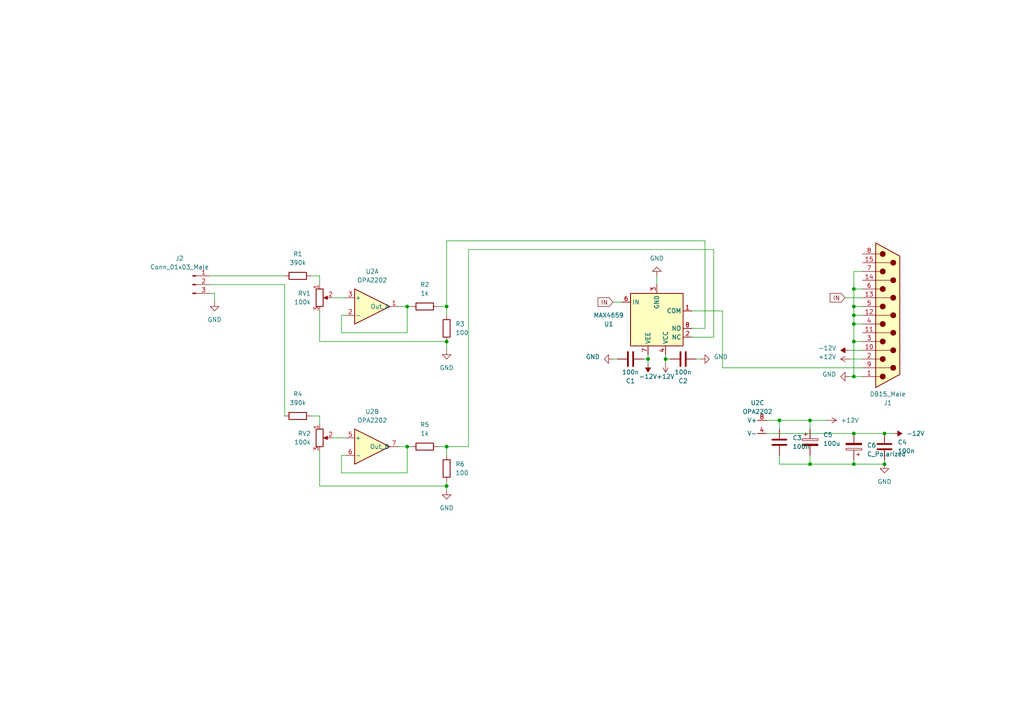
<source format=kicad_sch>
(kicad_sch (version 20230121) (generator eeschema)
  (paper "A4")
  (title_block (title "Cassy") (date "2023-06-05") (company "elektrotechnik2go.de") (comment 1 "Johann Schmid"))
  (lib_symbols
    (symbol "Connector:Conn_01x03_Male" (pin_names (offset 1.016) hide)
      (property "Reference" "J" (at 0 5.08 0))
      (property "Value" "Conn_01x03_Male" (at 0 -5.08 0))
      (symbol "Conn_01x03_Male_1_1"
        (polyline (pts (xy 1.27 -2.54) (xy 0.8636 -2.54)) (stroke (width 0.1524)))
        (polyline (pts (xy 1.27 0) (xy 0.8636 0)) (stroke (width 0.1524)))
        (polyline (pts (xy 1.27 2.54) (xy 0.8636 2.54)) (stroke (width 0.1524)))
        (rectangle (start 0.8636 -2.413) (end 0 -2.667) (stroke (width 0.1524)) (fill (type outline)))
        (rectangle (start 0.8636 0.127) (end 0 -0.127) (stroke (width 0.1524)) (fill (type outline)))
        (rectangle (start 0.8636 2.667) (end 0 2.413) (stroke (width 0.1524)) (fill (type outline)))
        (pin passive line (at 5.08 2.54 180) (length 3.81) (name "Pin_1") (number "1"))
        (pin passive line (at 5.08 0 180) (length 3.81) (name "Pin_2") (number "2"))
        (pin passive line (at 5.08 -2.54 180) (length 3.81) (name "Pin_3") (number "3"))
      )
    )
    (symbol "Connector:DB15_Male" (pin_names (offset 1.016) hide)
      (property "Reference" "J" (at 0.508 21.59 0))
      (property "Value" "DB15_Male" (at 0 -22.225 0))
      (symbol "DB15_Male_0_1"
        (circle (center -1.778 -17.78) (radius 0.762) (fill (type outline)))
        (circle (center -1.778 -12.7) (radius 0.762) (fill (type outline)))
        (circle (center -1.778 -7.62) (radius 0.762) (fill (type outline)))
        (circle (center -1.778 -2.54) (radius 0.762) (fill (type outline)))
        (circle (center -1.778 2.54) (radius 0.762) (fill (type outline)))
        (circle (center -1.778 7.62) (radius 0.762) (fill (type outline)))
        (circle (center -1.778 12.7) (radius 0.762) (fill (type outline)))
        (circle (center -1.778 17.78) (radius 0.762) (fill (type outline)))
        (polyline (pts (xy -3.81 -17.78) (xy -2.54 -17.78)))
        (polyline (pts (xy -3.81 -15.24) (xy 0.508 -15.24)))
        (polyline (pts (xy -3.81 -12.7) (xy -2.54 -12.7)))
        (polyline (pts (xy -3.81 -10.16) (xy 0.508 -10.16)))
        (polyline (pts (xy -3.81 -7.62) (xy -2.54 -7.62)))
        (polyline (pts (xy -3.81 -5.08) (xy 0.508 -5.08)))
        (polyline (pts (xy -3.81 -2.54) (xy -2.54 -2.54)))
        (polyline (pts (xy -3.81 0) (xy 0.508 0)))
        (polyline (pts (xy -3.81 2.54) (xy -2.54 2.54)))
        (polyline (pts (xy -3.81 5.08) (xy 0.508 5.08)))
        (polyline (pts (xy -3.81 7.62) (xy -2.54 7.62)))
        (polyline (pts (xy -3.81 10.16) (xy 0.508 10.16)))
        (polyline (pts (xy -3.81 12.7) (xy -2.54 12.7)))
        (polyline (pts (xy -3.81 15.24) (xy 0.508 15.24)))
        (polyline (pts (xy -3.81 17.78) (xy -2.54 17.78)))
        (polyline (pts (xy -3.81 -20.955) (xy 3.175 -17.145) (xy 3.175 17.145) (xy -3.81 20.955) (xy -3.81 -20.955)) (stroke (width 0.254)) (fill (type background)))
        (circle (center 1.27 -15.24) (radius 0.762) (fill (type outline)))
        (circle (center 1.27 -10.16) (radius 0.762) (fill (type outline)))
        (circle (center 1.27 -5.08) (radius 0.762) (fill (type outline)))
        (circle (center 1.27 0) (radius 0.762) (fill (type outline)))
        (circle (center 1.27 5.08) (radius 0.762) (fill (type outline)))
        (circle (center 1.27 10.16) (radius 0.762) (fill (type outline)))
        (circle (center 1.27 15.24) (radius 0.762) (fill (type outline)))
      )
      (symbol "DB15_Male_1_1"
        (pin passive line (at -7.62 -17.78 0) (length 3.81) (name "1") (number "1"))
        (pin passive line (at -7.62 -10.16 0) (length 3.81) (name "P10") (number "10"))
        (pin passive line (at -7.62 -5.08 0) (length 3.81) (name "P111") (number "11"))
        (pin passive line (at -7.62 0 0) (length 3.81) (name "P12") (number "12"))
        (pin passive line (at -7.62 5.08 0) (length 3.81) (name "P13") (number "13"))
        (pin passive line (at -7.62 10.16 0) (length 3.81) (name "P14") (number "14"))
        (pin passive line (at -7.62 15.24 0) (length 3.81) (name "P15") (number "15"))
        (pin passive line (at -7.62 -12.7 0) (length 3.81) (name "2") (number "2"))
        (pin passive line (at -7.62 -7.62 0) (length 3.81) (name "3") (number "3"))
        (pin passive line (at -7.62 -2.54 0) (length 3.81) (name "4") (number "4"))
        (pin passive line (at -7.62 2.54 0) (length 3.81) (name "5") (number "5"))
        (pin passive line (at -7.62 7.62 0) (length 3.81) (name "6") (number "6"))
        (pin passive line (at -7.62 12.7 0) (length 3.81) (name "7") (number "7"))
        (pin passive line (at -7.62 17.78 0) (length 3.81) (name "8") (number "8"))
        (pin passive line (at -7.62 -15.24 0) (length 3.81) (name "P9") (number "9"))
      )
    )
    (symbol "Device:C" (pin_numbers hide) (pin_names (offset 0.254))
      (property "Reference" "C" (at 0.635 2.54 0))
      (property "Value" "C" (at 0.635 -2.54 0))
      (symbol "C_0_1"
        (polyline (pts (xy -2.032 -0.762) (xy 2.032 -0.762)) (stroke (width 0.508)))
        (polyline (pts (xy -2.032 0.762) (xy 2.032 0.762)) (stroke (width 0.508)))
      )
      (symbol "C_1_1"
        (pin passive line (at 0 3.81 270) (length 2.794) (name "~") (number "1"))
        (pin passive line (at 0 -3.81 90) (length 2.794) (name "~") (number "2"))
      )
    )
    (symbol "Device:C_Polarized" (pin_numbers hide) (pin_names (offset 0.254))
      (property "Reference" "C" (at 0.635 2.54 0))
      (property "Value" "C_Polarized" (at 0.635 -2.54 0))
      (symbol "C_Polarized_0_1"
        (rectangle (start -2.286 0.508) (end 2.286 1.016))
        (polyline (pts (xy -1.778 2.286) (xy -0.762 2.286)))
        (polyline (pts (xy -1.27 2.794) (xy -1.27 1.778)))
        (rectangle (start 2.286 -0.508) (end -2.286 -1.016) (fill (type outline)))
      )
      (symbol "C_Polarized_1_1"
        (pin passive line (at 0 3.81 270) (length 2.794) (name "~") (number "1"))
        (pin passive line (at 0 -3.81 90) (length 2.794) (name "~") (number "2"))
      )
    )
    (symbol "Device:R" (pin_numbers hide) (pin_names (offset 0))
      (property "Reference" "R" (at 2.032 0 90))
      (property "Value" "R" (at 0 0 90))
      (symbol "R_0_1"
        (rectangle (start -1.016 -2.54) (end 1.016 2.54) (stroke (width 0.254)))
      )
      (symbol "R_1_1"
        (pin passive line (at 0 3.81 270) (length 1.27) (name "~") (number "1"))
        (pin passive line (at 0 -3.81 90) (length 1.27) (name "~") (number "2"))
      )
    )
    (symbol "Device:R_Potentiometer" (pin_names (offset 1.016) hide)
      (property "Reference" "RV" (at -4.445 0 90))
      (property "Value" "R_Potentiometer" (at -2.54 0 90))
      (symbol "R_Potentiometer_0_1"
        (polyline (pts (xy 2.54 0) (xy 1.524 0)))
        (polyline (pts (xy 1.143 0) (xy 2.286 0.508) (xy 2.286 -0.508) (xy 1.143 0)) (fill (type outline)))
        (rectangle (start 1.016 2.54) (end -1.016 -2.54) (stroke (width 0.254)))
      )
      (symbol "R_Potentiometer_1_1"
        (pin passive line (at 0 3.81 270) (length 1.27) (name "1") (number "1"))
        (pin passive line (at 3.81 0 180) (length 1.27) (name "2") (number "2"))
        (pin passive line (at 0 -3.81 90) (length 1.27) (name "3") (number "3"))
      )
    )
    (symbol "max4659:MAX4659"
      (property "Reference" "U" (at -7.62 8.89 0))
      (property "Value" "MAX4659" (at 8.89 8.89 0))
      (symbol "MAX4659_0_1"
        (rectangle (start -7.62 7.62) (end 7.62 -7.62) (stroke (width 0.254)) (fill (type background)))
      )
      (symbol "MAX4659_1_1"
        (pin bidirectional line (at -10.16 -2.54 0) (length 2.54) (name "COM") (number "1"))
        (pin bidirectional line (at -10.16 5.08 0) (length 2.54) (name "NC") (number "2"))
        (pin power_in line (at 0 -10.16 90) (length 2.54) (name "GND") (number "3"))
        (pin power_in line (at -2.54 10.16 270) (length 2.54) (name "VCC") (number "4"))
        (pin input line (at 10.16 -5.08 180) (length 2.54) (name "IN") (number "6"))
        (pin power_in line (at 2.54 10.16 270) (length 2.54) (name "VEE") (number "7"))
        (pin bidirectional line (at -10.16 2.54 0) (length 2.54) (name "NO") (number "8"))
      )
    )
    (symbol "opa202:OPA2202" (pin_names (offset 0.127))
      (property "Reference" "U" (at -1.27 -1.27 0))
      (property "Value" "OPA2202" (at 0 7.62 0))
      (symbol "OPA2202_1_1"
        (polyline (pts (xy 0 5.08) (xy 10.16 0) (xy 0 -5.08) (xy 0 5.08) (xy 0 5.08)) (stroke (width 0.254)) (fill (type background)))
        (pin output line (at 12.7 0 180) (length 2.54) (name "Out_A") (number "1"))
        (pin input line (at -2.54 -2.54 0) (length 2.54) (name "-") (number "2"))
        (pin input line (at -2.54 2.54 0) (length 2.54) (name "+") (number "3"))
      )
      (symbol "OPA2202_2_1"
        (polyline (pts (xy -1.27 5.08) (xy 8.89 0) (xy -1.27 -5.08) (xy -1.27 5.08) (xy -1.27 5.08)) (stroke (width 0.254)) (fill (type background)))
        (pin input line (at -3.81 2.54 0) (length 2.54) (name "+") (number "5"))
        (pin input line (at -3.81 -2.54 0) (length 2.54) (name "-") (number "6"))
        (pin output line (at 11.43 0 180) (length 2.54) (name "Out_B") (number "7"))
      )
      (symbol "OPA2202_3_0"
        (pin power_in line (at 0 -3.81 180) (length 2.54) (name "V-") (number "4"))
        (pin power_in line (at 0 0 180) (length 2.54) (name "V+") (number "8"))
      )
    )
    (symbol "power:+12V" (power) (pin_names (offset 0))
      (property "Value" "+12V" (at 0 3.556 0))
      (symbol "+12V_0_1"
        (polyline (pts (xy -0.762 1.27) (xy 0 2.54)))
        (polyline (pts (xy 0 0) (xy 0 2.54)))
        (polyline (pts (xy 0 2.54) (xy 0.762 1.27)))
      )
      (symbol "+12V_1_1"
        (pin power_in line (at 0 0 90) (length 0) hide (name "+12V") (number "1"))
      )
    )
    (symbol "power:-12V" (power) (pin_names (offset 0))
      (property "Value" "-12V" (at 0 3.81 0))
      (symbol "-12V_0_0"
        (pin power_in line (at 0 0 90) (length 0) hide (name "-12V") (number "1"))
      )
      (symbol "-12V_0_1"
        (polyline (pts (xy 0 0) (xy 0 1.27) (xy 0.762 1.27) (xy 0 2.54) (xy -0.762 1.27) (xy 0 1.27)) (fill (type outline)))
      )
    )
    (symbol "power:GND" (power) (pin_names (offset 0))
      (property "Value" "GND" (at 0 -3.81 0))
      (symbol "GND_0_1"
        (polyline (pts (xy 0 0) (xy 0 -1.27) (xy 1.27 -1.27) (xy 0 -2.54) (xy -1.27 -1.27) (xy 0 -1.27)))
      )
      (symbol "GND_1_1"
        (pin power_in line (at 0 0 270) (length 0) hide (name "GND") (number "1"))
      )
    )
  )
  (junction (at 256.54 134.62))
  (junction (at 118.11 88.9))
  (junction (at 226.06 121.92))
  (junction (at 129.54 129.54))
  (junction (at 129.54 140.97))
  (junction (at 129.54 99.06))
  (junction (at 234.95 121.92))
  (junction (at 256.54 125.73))
  (junction (at 118.11 129.54))
  (junction (at 247.65 125.73))
  (junction (at 247.65 109.22))
  (junction (at 187.96 104.14))
  (junction (at 247.65 88.9))
  (junction (at 129.54 88.9))
  (junction (at 193.04 104.14))
  (junction (at 247.65 99.06))
  (junction (at 247.65 91.44))
  (junction (at 247.65 134.62))
  (junction (at 247.65 93.98))
  (junction (at 234.95 134.62))
  (junction (at 247.65 83.82))
  (wire (pts (xy 247.65 134.62) (xy 256.54 134.62)))
  (wire (pts (xy 200.66 97.79) (xy 207.01 97.79)))
  (wire (pts (xy 129.54 132.08) (xy 129.54 129.54)))
  (wire (pts (xy 82.55 120.65) (xy 82.55 82.55)))
  (wire (pts (xy 180.34 87.63) (xy 177.8 87.63)))
  (wire (pts (xy 96.52 127) (xy 100.33 127)))
  (wire (pts (xy 209.55 106.68) (xy 209.55 90.17)))
  (wire (pts (xy 200.66 95.25) (xy 204.47 95.25)))
  (wire (pts (xy 62.23 85.09) (xy 62.23 87.63)))
  (wire (pts (xy 247.65 109.22) (xy 247.65 99.06)))
  (wire (pts (xy 179.07 104.14) (xy 177.8 104.14)))
  (wire (pts (xy 247.65 93.98) (xy 247.65 99.06)))
  (wire (pts (xy 60.96 85.09) (xy 62.23 85.09)))
  (wire (pts (xy 247.65 91.44) (xy 247.65 93.98)))
  (wire (pts (xy 127 129.54) (xy 129.54 129.54)))
  (wire (pts (xy 203.2 104.14) (xy 201.93 104.14)))
  (wire (pts (xy 226.06 121.92) (xy 234.95 121.92)))
  (wire (pts (xy 90.17 120.65) (xy 92.71 120.65)))
  (wire (pts (xy 250.19 88.9) (xy 247.65 88.9)))
  (wire (pts (xy 127 88.9) (xy 129.54 88.9)))
  (wire (pts (xy 207.01 72.39) (xy 135.89 72.39)))
  (wire (pts (xy 193.04 105.41) (xy 193.04 104.14)))
  (wire (pts (xy 187.96 105.41) (xy 187.96 104.14)))
  (wire (pts (xy 60.96 82.55) (xy 82.55 82.55)))
  (wire (pts (xy 250.19 99.06) (xy 247.65 99.06)))
  (wire (pts (xy 190.5 82.55) (xy 190.5 80.01)))
  (wire (pts (xy 118.11 129.54) (xy 119.38 129.54)))
  (wire (pts (xy 90.17 80.01) (xy 92.71 80.01)))
  (wire (pts (xy 60.96 80.01) (xy 82.55 80.01)))
  (wire (pts (xy 247.65 133.35) (xy 247.65 134.62)))
  (wire (pts (xy 207.01 97.79) (xy 207.01 72.39)))
  (wire (pts (xy 92.71 140.97) (xy 129.54 140.97)))
  (wire (pts (xy 247.65 83.82) (xy 247.65 88.9)))
  (wire (pts (xy 129.54 129.54) (xy 135.89 129.54)))
  (wire (pts (xy 193.04 104.14) (xy 193.04 102.87)))
  (wire (pts (xy 92.71 90.17) (xy 92.71 99.06)))
  (wire (pts (xy 187.96 104.14) (xy 186.69 104.14)))
  (wire (pts (xy 234.95 121.92) (xy 240.03 121.92)))
  (wire (pts (xy 129.54 99.06) (xy 129.54 101.6)))
  (wire (pts (xy 250.19 106.68) (xy 209.55 106.68)))
  (wire (pts (xy 92.71 80.01) (xy 92.71 82.55)))
  (wire (pts (xy 92.71 120.65) (xy 92.71 123.19)))
  (wire (pts (xy 250.19 93.98) (xy 247.65 93.98)))
  (wire (pts (xy 99.06 137.16) (xy 99.06 132.08)))
  (wire (pts (xy 209.55 90.17) (xy 200.66 90.17)))
  (wire (pts (xy 256.54 125.73) (xy 259.08 125.73)))
  (wire (pts (xy 247.65 88.9) (xy 247.65 91.44)))
  (wire (pts (xy 250.19 78.74) (xy 247.65 78.74)))
  (wire (pts (xy 115.57 129.54) (xy 118.11 129.54)))
  (wire (pts (xy 118.11 129.54) (xy 118.11 137.16)))
  (wire (pts (xy 204.47 95.25) (xy 204.47 69.85)))
  (wire (pts (xy 250.19 86.36) (xy 245.11 86.36)))
  (wire (pts (xy 92.71 99.06) (xy 129.54 99.06)))
  (wire (pts (xy 129.54 69.85) (xy 129.54 88.9)))
  (wire (pts (xy 250.19 104.14) (xy 246.38 104.14)))
  (wire (pts (xy 129.54 139.7) (xy 129.54 140.97)))
  (wire (pts (xy 204.47 69.85) (xy 129.54 69.85)))
  (wire (pts (xy 250.19 83.82) (xy 247.65 83.82)))
  (wire (pts (xy 187.96 104.14) (xy 187.96 102.87)))
  (wire (pts (xy 247.65 125.73) (xy 256.54 125.73)))
  (wire (pts (xy 99.06 132.08) (xy 100.33 132.08)))
  (wire (pts (xy 118.11 96.52) (xy 99.06 96.52)))
  (wire (pts (xy 99.06 91.44) (xy 100.33 91.44)))
  (wire (pts (xy 256.54 133.35) (xy 256.54 134.62)))
  (wire (pts (xy 226.06 134.62) (xy 234.95 134.62)))
  (wire (pts (xy 234.95 121.92) (xy 234.95 124.46)))
  (wire (pts (xy 226.06 132.08) (xy 226.06 134.62)))
  (wire (pts (xy 96.52 86.36) (xy 100.33 86.36)))
  (wire (pts (xy 247.65 78.74) (xy 247.65 83.82)))
  (wire (pts (xy 250.19 101.6) (xy 246.38 101.6)))
  (wire (pts (xy 250.19 91.44) (xy 247.65 91.44)))
  (wire (pts (xy 234.95 134.62) (xy 247.65 134.62)))
  (wire (pts (xy 194.31 104.14) (xy 193.04 104.14)))
  (wire (pts (xy 226.06 124.46) (xy 226.06 121.92)))
  (wire (pts (xy 222.25 125.73) (xy 247.65 125.73)))
  (wire (pts (xy 115.57 88.9) (xy 118.11 88.9)))
  (wire (pts (xy 135.89 72.39) (xy 135.89 129.54)))
  (wire (pts (xy 247.65 109.22) (xy 246.38 109.22)))
  (wire (pts (xy 129.54 91.44) (xy 129.54 88.9)))
  (wire (pts (xy 234.95 132.08) (xy 234.95 134.62)))
  (wire (pts (xy 99.06 96.52) (xy 99.06 91.44)))
  (wire (pts (xy 129.54 140.97) (xy 129.54 142.24)))
  (wire (pts (xy 118.11 88.9) (xy 118.11 96.52)))
  (wire (pts (xy 250.19 109.22) (xy 247.65 109.22)))
  (wire (pts (xy 118.11 88.9) (xy 119.38 88.9)))
  (wire (pts (xy 92.71 130.81) (xy 92.71 140.97)))
  (wire (pts (xy 118.11 137.16) (xy 99.06 137.16)))
  (wire (pts (xy 222.25 121.92) (xy 226.06 121.92)))
  (global_label "IN" (shape input) (at 177.8 87.63 180) (property "Intersheetrefs" "${INTERSHEET_REFS}" (effects hide)))
  (global_label "IN" (shape input) (at 245.11 86.36 180) (property "Intersheetrefs" "${INTERSHEET_REFS}" (effects hide)))
  (symbol (lib_id "Device:C") (at 256.54 129.54 0) (unit 1)
    (property "Reference" "C4" (at 260.35 128.27 0) (effects (justify left)))
    (property "Value" "100n" (at 260.35 130.81 0) (effects (justify left)))
    (property "Footprint" "Capacitor_SMD:C_0805_2012Metric" (effects hide))
  )
  (symbol (lib_id "Device:C") (at 182.88 104.14 270) (unit 1)
    (property "Reference" "C1" (at 182.88 110.49 90))
    (property "Value" "100n" (at 182.88 107.95 90))
    (property "Footprint" "Capacitor_SMD:C_0805_2012Metric" (effects hide))
  )
  (symbol (lib_id "power:+12V") (at 246.38 104.14 90) (unit 1)
    (property "Reference" "#PWR03" (effects hide))
    (property "Value" "+12V" (at 242.57 103.505 90) (effects (justify left)))
  )
  (symbol (lib_id "power:GND") (at 62.23 87.63 0) (unit 1)
    (property "Reference" "#PWR07" (effects hide))
    (property "Value" "GND" (at 62.23 92.71 0))
  )
  (symbol (lib_id "opa202:OPA2202") (at 102.87 88.9 0) (unit 1)
    (property "Reference" "U2" (at 107.95 78.74 0))
    (property "Value" "OPA2202" (at 107.95 81.28 0))
    (property "Footprint" "Package_SO:SOIC-8_3.9x4.9mm_P1.27mm" (effects hide))
    (property "Datasheet" "http://www.ti.com/lit/ds/symlink/opa1622.pdf" (effects hide))
  )
  (symbol (lib_id "Connector:Conn_01x03_Male") (at 55.88 82.55 0) (unit 1)
    (property "Reference" "J2" (at 52.07 74.93 0))
    (property "Value" "Conn_01x03_Male" (at 52.07 77.47 0))
    (property "Footprint" "Connector_PinHeader_2.54mm:PinHeader_1x03_P2.54mm_Vertical" (effects hide))
  )
  (symbol (lib_id "power:GND") (at 129.54 101.6 0) (unit 1)
    (property "Reference" "#PWR010" (effects hide))
    (property "Value" "GND" (at 129.54 106.68 0))
  )
  (symbol (lib_id "power:-12V") (at 259.08 125.73 270) (unit 1)
    (property "Reference" "#PWR012" (effects hide))
    (property "Value" "-12V" (at 262.89 125.73 90) (effects (justify left)))
  )
  (symbol (lib_id "Device:R_Potentiometer") (at 92.71 86.36 0) (unit 1)
    (property "Reference" "RV1" (at 90.17 85.09 0) (effects (justify right)))
    (property "Value" "100k" (at 90.17 87.63 0) (effects (justify right)))
    (property "Footprint" "Potentiometer_THT:Potentiometer_ACP_CA9-H2,5_Horizontal" (effects hide))
  )
  (symbol (lib_id "opa202:OPA2202") (at 104.14 129.54 0) (unit 2)
    (property "Reference" "U2" (at 107.95 119.38 0))
    (property "Value" "OPA2202" (at 107.95 121.92 0))
    (property "Footprint" "Package_SO:SOIC-8_3.9x4.9mm_P1.27mm" (effects hide))
    (property "Datasheet" "http://www.ti.com/lit/ds/symlink/opa1622.pdf" (effects hide))
  )
  (symbol (lib_id "power:-12V") (at 187.96 105.41 180) (unit 1)
    (property "Reference" "#PWR05" (effects hide))
    (property "Value" "-12V" (at 187.96 109.22 0))
  )
  (symbol (lib_id "Device:R") (at 129.54 95.25 180) (unit 1)
    (property "Reference" "R3" (at 132.08 93.98 0) (effects (justify right)))
    (property "Value" "100" (at 132.08 96.52 0) (effects (justify right)))
    (property "Footprint" "Resistor_SMD:R_0805_2012Metric_Pad1.20x1.40mm_HandSolder" (effects hide))
  )
  (symbol (lib_id "power:GND") (at 129.54 142.24 0) (unit 1)
    (property "Reference" "#PWR014" (effects hide))
    (property "Value" "GND" (at 129.54 147.32 0))
  )
  (symbol (lib_id "power:+12V") (at 193.04 105.41 180) (unit 1)
    (property "Reference" "#PWR06" (effects hide))
    (property "Value" "+12V" (at 193.04 109.22 0))
  )
  (symbol (lib_id "Device:R_Potentiometer") (at 92.71 127 0) (unit 1)
    (property "Reference" "RV2" (at 90.17 125.73 0) (effects (justify right)))
    (property "Value" "100k" (at 90.17 128.27 0) (effects (justify right)))
    (property "Footprint" "Potentiometer_THT:Potentiometer_ACP_CA9-H2,5_Horizontal" (effects hide))
  )
  (symbol (lib_id "Device:R") (at 123.19 129.54 90) (unit 1)
    (property "Reference" "R5" (at 123.19 123.19 90))
    (property "Value" "1k" (at 123.19 125.73 90))
    (property "Footprint" "Resistor_SMD:R_0805_2012Metric_Pad1.20x1.40mm_HandSolder" (effects hide))
  )
  (symbol (lib_id "Device:C_Polarized") (at 247.65 129.54 180) (unit 1)
    (property "Reference" "C6" (at 251.46 129.159 0) (effects (justify right)))
    (property "Value" "C_Polarized" (at 251.46 131.699 0) (effects (justify right)))
    (property "Footprint" "Capacitor_THT:CP_Radial_D6.3mm_P2.50mm" (effects hide))
  )
  (symbol (lib_id "power:GND") (at 177.8 104.14 270) (unit 1)
    (property "Reference" "#PWR08" (effects hide))
    (property "Value" "GND" (at 173.99 103.505 90) (effects (justify right)))
  )
  (symbol (lib_id "opa202:OPA2202") (at 222.25 121.92 0) (unit 3)
    (property "Reference" "U2" (at 219.71 116.84 0))
    (property "Value" "OPA2202" (at 219.71 119.38 0))
    (property "Footprint" "Package_SO:SOIC-8_3.9x4.9mm_P1.27mm" (effects hide))
    (property "Datasheet" "http://www.ti.com/lit/ds/symlink/opa1622.pdf" (effects hide))
  )
  (symbol (lib_id "Device:C") (at 226.06 128.27 0) (unit 1)
    (property "Reference" "C3" (at 229.87 127 0) (effects (justify left)))
    (property "Value" "100n" (at 229.87 129.54 0) (effects (justify left)))
    (property "Footprint" "Capacitor_SMD:C_0805_2012Metric" (effects hide))
  )
  (symbol (lib_id "power:+12V") (at 240.03 121.92 270) (unit 1)
    (property "Reference" "#PWR013" (effects hide))
    (property "Value" "+12V" (at 243.84 121.92 90) (effects (justify left)))
  )
  (symbol (lib_id "power:GND") (at 190.5 80.01 180) (unit 1)
    (property "Reference" "#PWR02" (effects hide))
    (property "Value" "GND" (at 190.5 74.93 0))
  )
  (symbol (lib_id "Device:R") (at 123.19 88.9 90) (unit 1)
    (property "Reference" "R2" (at 123.19 82.55 90))
    (property "Value" "1k" (at 123.19 85.09 90))
    (property "Footprint" "Resistor_SMD:R_0805_2012Metric_Pad1.20x1.40mm_HandSolder" (effects hide))
  )
  (symbol (lib_id "Device:C_Polarized") (at 234.95 128.27 0) (unit 1)
    (property "Reference" "C5" (at 238.76 126.111 0) (effects (justify left)))
    (property "Value" "100u" (at 238.76 128.651 0) (effects (justify left)))
    (property "Footprint" "Capacitor_THT:CP_Radial_D6.3mm_P2.50mm" (effects hide))
  )
  (symbol (lib_id "power:GND") (at 203.2 104.14 90) (unit 1)
    (property "Reference" "#PWR09" (effects hide))
    (property "Value" "GND" (at 207.01 103.505 90) (effects (justify right)))
  )
  (symbol (lib_id "power:-12V") (at 246.38 101.6 90) (unit 1)
    (property "Reference" "#PWR04" (effects hide))
    (property "Value" "-12V" (at 242.57 100.965 90) (effects (justify left)))
  )
  (symbol (lib_id "power:GND") (at 256.54 134.62 0) (unit 1)
    (property "Reference" "#PWR011" (effects hide))
    (property "Value" "GND" (at 256.54 139.7 0))
  )
  (symbol (lib_id "max4659:MAX4659") (at 190.5 92.71 180) (unit 1)
    (property "Reference" "U1" (at 176.53 93.98 0))
    (property "Value" "MAX4659" (at 176.53 91.44 0))
    (property "Footprint" "Package_SO:MSOP-8_3x3mm_P0.65mm" (effects hide))
    (property "Datasheet" "https://www.analog.com/en/products/max4659.html" (effects hide))
  )
  (symbol (lib_id "power:GND") (at 246.38 109.22 270) (unit 1)
    (property "Reference" "#PWR01" (effects hide))
    (property "Value" "GND" (at 242.57 108.585 90) (effects (justify right)))
  )
  (symbol (lib_id "Connector:DB15_Male") (at 257.81 91.44 0) (unit 1)
    (property "Reference" "J1" (at 257.4925 116.84 0))
    (property "Value" "DB15_Male" (at 257.4925 114.3 0))
    (property "Footprint" "Connector_Dsub:DSUB-15_Male_Horizontal_P2.77x2.84mm_EdgePinOffset9.90mm_Housed_MountingHolesOffset11.32mm" (effects hide))
    (property "Datasheet" " ~" (effects hide))
  )
  (symbol (lib_id "Device:R") (at 129.54 135.89 180) (unit 1)
    (property "Reference" "R6" (at 132.08 134.62 0) (effects (justify right)))
    (property "Value" "100" (at 132.08 137.16 0) (effects (justify right)))
    (property "Footprint" "Resistor_SMD:R_0805_2012Metric_Pad1.20x1.40mm_HandSolder" (effects hide))
  )
  (symbol (lib_id "Device:C") (at 198.12 104.14 270) (unit 1)
    (property "Reference" "C2" (at 198.12 110.49 90))
    (property "Value" "100n" (at 198.12 107.95 90))
    (property "Footprint" "Capacitor_SMD:C_0805_2012Metric" (effects hide))
  )
  (symbol (lib_id "Device:R") (at 86.36 120.65 90) (unit 1)
    (property "Reference" "R4" (at 86.36 114.3 90))
    (property "Value" "390k" (at 86.36 116.84 90))
    (property "Footprint" "Resistor_SMD:R_0805_2012Metric_Pad1.20x1.40mm_HandSolder" (effects hide))
  )
  (symbol (lib_id "Device:R") (at 86.36 80.01 90) (unit 1)
    (property "Reference" "R1" (at 86.36 73.66 90))
    (property "Value" "390k" (at 86.36 76.2 90))
    (property "Footprint" "Resistor_SMD:R_0805_2012Metric_Pad1.20x1.40mm_HandSolder" (effects hide))
  )
)
</source>
